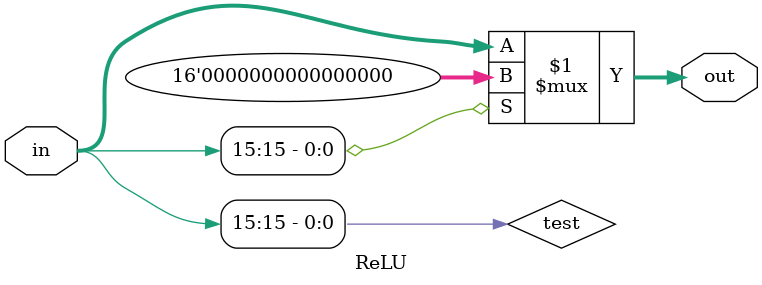
<source format=sv>
module ReLU(in, out);
    input logic [15:0] in;
    output logic [15:0] out;

    logic test;
    assign test = in[15];

    assign out[15:0] = test ? 16'b0 : in[15:0];
endmodule

</source>
